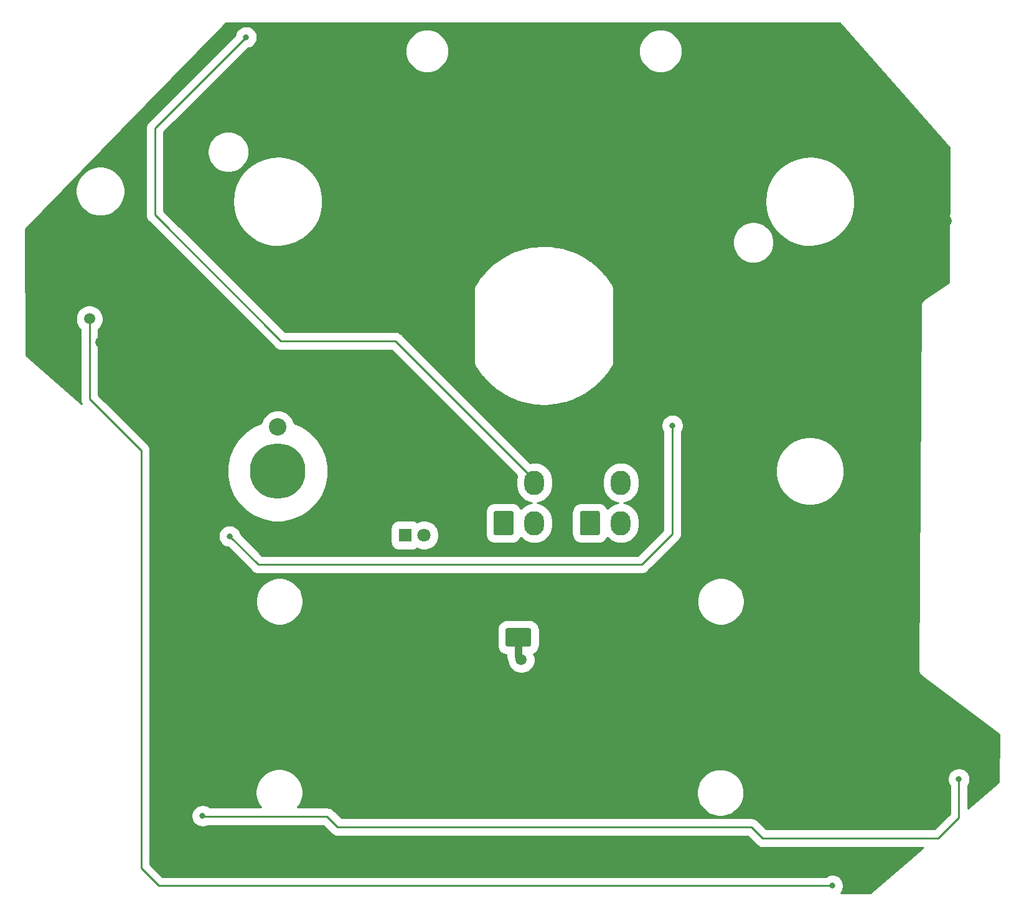
<source format=gbr>
%TF.GenerationSoftware,KiCad,Pcbnew,(5.1.12-1-10_14)*%
%TF.CreationDate,2021-11-27T17:57:38+11:00*%
%TF.ProjectId,KY58 Panel PCB V2,4b593538-2050-4616-9e65-6c2050434220,rev?*%
%TF.SameCoordinates,Original*%
%TF.FileFunction,Copper,L2,Bot*%
%TF.FilePolarity,Positive*%
%FSLAX46Y46*%
G04 Gerber Fmt 4.6, Leading zero omitted, Abs format (unit mm)*
G04 Created by KiCad (PCBNEW (5.1.12-1-10_14)) date 2021-11-27 17:57:38*
%MOMM*%
%LPD*%
G01*
G04 APERTURE LIST*
%TA.AperFunction,WasherPad*%
%ADD10C,7.540752*%
%TD*%
%TA.AperFunction,WasherPad*%
%ADD11C,2.381250*%
%TD*%
%TA.AperFunction,ComponentPad*%
%ADD12O,2.700000X3.300000*%
%TD*%
%TA.AperFunction,ComponentPad*%
%ADD13C,1.800000*%
%TD*%
%TA.AperFunction,ComponentPad*%
%ADD14R,1.800000X1.800000*%
%TD*%
%TA.AperFunction,ViaPad*%
%ADD15C,1.500000*%
%TD*%
%TA.AperFunction,ViaPad*%
%ADD16C,0.800000*%
%TD*%
%TA.AperFunction,Conductor*%
%ADD17C,1.000000*%
%TD*%
%TA.AperFunction,Conductor*%
%ADD18C,0.250000*%
%TD*%
%TA.AperFunction,Conductor*%
%ADD19C,0.254000*%
%TD*%
%TA.AperFunction,Conductor*%
%ADD20C,0.100000*%
%TD*%
G04 APERTURE END LIST*
D10*
%TO.P,REF\u002A\u002A,*%
%TO.N,*%
X115760258Y-94278977D03*
D11*
X115760258Y-88278977D03*
%TD*%
D12*
%TO.P,J2,4*%
%TO.N,/DATAOUT*%
X162442000Y-95843000D03*
%TO.P,J2,3*%
%TO.N,/LEDGND*%
X158242000Y-95843000D03*
%TO.P,J2,2*%
%TO.N,/LED+5V*%
X162442000Y-101343000D03*
%TO.P,J2,1*%
%TA.AperFunction,ComponentPad*%
G36*
G01*
X156892000Y-102742999D02*
X156892000Y-99943001D01*
G75*
G02*
X157142001Y-99693000I250001J0D01*
G01*
X159341999Y-99693000D01*
G75*
G02*
X159592000Y-99943001I0J-250001D01*
G01*
X159592000Y-102742999D01*
G75*
G02*
X159341999Y-102993000I-250001J0D01*
G01*
X157142001Y-102993000D01*
G75*
G02*
X156892000Y-102742999I0J250001D01*
G01*
G37*
%TD.AperFunction*%
%TD*%
%TO.P,J1,4*%
%TO.N,/DATAIN*%
X150682000Y-95843000D03*
%TO.P,J1,3*%
%TO.N,/LEDGND*%
X146482000Y-95843000D03*
%TO.P,J1,2*%
%TO.N,/LED+5V*%
X150682000Y-101343000D03*
%TO.P,J1,1*%
%TA.AperFunction,ComponentPad*%
G36*
G01*
X145132000Y-102742999D02*
X145132000Y-99943001D01*
G75*
G02*
X145382001Y-99693000I250001J0D01*
G01*
X147581999Y-99693000D01*
G75*
G02*
X147832000Y-99943001I0J-250001D01*
G01*
X147832000Y-102742999D01*
G75*
G02*
X147581999Y-102993000I-250001J0D01*
G01*
X145382001Y-102993000D01*
G75*
G02*
X145132000Y-102742999I0J250001D01*
G01*
G37*
%TD.AperFunction*%
%TD*%
%TO.P,C1,2*%
%TO.N,/LEDGND*%
%TA.AperFunction,SMDPad,CuDef*%
G36*
G01*
X153241000Y-117891000D02*
X153241000Y-115891000D01*
G75*
G02*
X153491000Y-115641000I250000J0D01*
G01*
X156491000Y-115641000D01*
G75*
G02*
X156741000Y-115891000I0J-250000D01*
G01*
X156741000Y-117891000D01*
G75*
G02*
X156491000Y-118141000I-250000J0D01*
G01*
X153491000Y-118141000D01*
G75*
G02*
X153241000Y-117891000I0J250000D01*
G01*
G37*
%TD.AperFunction*%
%TO.P,C1,1*%
%TO.N,/LED+5V*%
%TA.AperFunction,SMDPad,CuDef*%
G36*
G01*
X146741000Y-117891000D02*
X146741000Y-115891000D01*
G75*
G02*
X146991000Y-115641000I250000J0D01*
G01*
X149991000Y-115641000D01*
G75*
G02*
X150241000Y-115891000I0J-250000D01*
G01*
X150241000Y-117891000D01*
G75*
G02*
X149991000Y-118141000I-250000J0D01*
G01*
X146991000Y-118141000D01*
G75*
G02*
X146741000Y-117891000I0J250000D01*
G01*
G37*
%TD.AperFunction*%
%TD*%
D13*
%TO.P,D1,2*%
%TO.N,/LED+5V*%
X135687000Y-102997000D03*
D14*
%TO.P,D1,1*%
%TO.N,Net-(D1-Pad1)*%
X133147000Y-102997000D03*
%TD*%
D15*
%TO.N,/LED+5V*%
X148902500Y-119928800D03*
D16*
%TO.N,/DATAIN*%
X111475000Y-35225000D03*
D15*
%TO.N,/LEDGND*%
X120603200Y-81715500D03*
X128755000Y-103000000D03*
X132953000Y-47954800D03*
X91688500Y-76758400D03*
X128692000Y-83327200D03*
X206536000Y-50728600D03*
X206652000Y-60213900D03*
X206111000Y-68552100D03*
X201656000Y-76962000D03*
X194678000Y-79748400D03*
X186820000Y-79959200D03*
X179070000Y-75788500D03*
X199352000Y-45027800D03*
X194597000Y-131557000D03*
X204673000Y-135997000D03*
X201397000Y-138537000D03*
X195804000Y-148468000D03*
X188712000Y-148575000D03*
X181278000Y-148688000D03*
X171930000Y-148633000D03*
X137655000Y-138100000D03*
X144526000Y-137795000D03*
X153797000Y-137897000D03*
X168427000Y-137592000D03*
X161265000Y-137389000D03*
X199619000Y-124435000D03*
X188759000Y-126277540D03*
X160980120Y-148277580D03*
X153766520Y-148269960D03*
X124850000Y-37400000D03*
X135025000Y-62675000D03*
X150500000Y-59025000D03*
X157550000Y-58950000D03*
X91275000Y-65275000D03*
X172000000Y-127600000D03*
X103200000Y-127900000D03*
X112600000Y-128000000D03*
X120000000Y-128100000D03*
X127127000Y-127973000D03*
X137100000Y-127700000D03*
X146392000Y-127792000D03*
X153900000Y-127600000D03*
X161100000Y-127800000D03*
X180200000Y-127700000D03*
X112560000Y-85350000D03*
X114240000Y-148550000D03*
X125790000Y-148630000D03*
X121280000Y-148550000D03*
X104200000Y-148470000D03*
X138350000Y-148430000D03*
X114470000Y-38960000D03*
X176350000Y-107480000D03*
X211860000Y-137130000D03*
X188700000Y-138480000D03*
X145160000Y-148430000D03*
X120300000Y-45225000D03*
X121525000Y-49725000D03*
X128050000Y-61050000D03*
X187700000Y-70100000D03*
X195550000Y-70150000D03*
X187850000Y-44950000D03*
X178275000Y-52425000D03*
X183325000Y-105975000D03*
X183100000Y-97575000D03*
X175750000Y-98900000D03*
X177825000Y-90475000D03*
X186675000Y-88975000D03*
X108875000Y-97375000D03*
X119675000Y-104725000D03*
X129875000Y-98575000D03*
X129325000Y-91000000D03*
X194362582Y-48075000D03*
X184075000Y-51925000D03*
X104575000Y-50975000D03*
X108725000Y-59425000D03*
X176337500Y-58587500D03*
X179575000Y-67950000D03*
X199450000Y-53900000D03*
D16*
%TO.N,Net-(D50-Pad2)*%
X208412080Y-136177020D03*
X105549700Y-141183360D03*
%TO.N,Net-(D62-Pad2)*%
X191207699Y-150689001D03*
D15*
X90164920Y-73558400D03*
D16*
%TO.N,Net-(D26-Pad4)*%
X169450401Y-88074599D03*
X109225000Y-103125000D03*
%TD*%
D17*
%TO.N,/LED+5V*%
X148902500Y-119928800D02*
X148491000Y-119517300D01*
X148491000Y-119517300D02*
X148491000Y-116891000D01*
D18*
%TO.N,/DATAIN*%
X150682000Y-95482000D02*
X150682000Y-95843000D01*
X99050000Y-47650000D02*
X99050000Y-59400000D01*
X111475000Y-35225000D02*
X99050000Y-47650000D01*
X116225000Y-76575000D02*
X131775000Y-76575000D01*
X99050000Y-59400000D02*
X116225000Y-76575000D01*
X131775000Y-76575000D02*
X150682000Y-95482000D01*
%TO.N,Net-(D50-Pad2)*%
X205607920Y-144228820D02*
X208412080Y-141424660D01*
X123926600Y-142707360D02*
X180197760Y-142707360D01*
X122488960Y-141269720D02*
X123926600Y-142707360D01*
X180197760Y-142707360D02*
X181719220Y-144228820D01*
X208412080Y-141424660D02*
X208412080Y-136177020D01*
X181719220Y-144228820D02*
X205607920Y-144228820D01*
X105636060Y-141269720D02*
X105549700Y-141183360D01*
X122488960Y-141269720D02*
X105636060Y-141269720D01*
%TO.N,Net-(D62-Pad2)*%
X191207699Y-150689001D02*
X191207699Y-150689001D01*
X97188020Y-148305520D02*
X99571501Y-150689001D01*
X99571501Y-150689001D02*
X191207699Y-150689001D01*
X97188020Y-93761980D02*
X97188020Y-91468020D01*
X97188020Y-93761980D02*
X97188020Y-148305520D01*
X97188020Y-93593920D02*
X97188020Y-93761980D01*
X97188020Y-91468020D02*
X90164920Y-84444920D01*
X90164920Y-84444920D02*
X90164920Y-73558400D01*
%TO.N,Net-(D26-Pad4)*%
X169450401Y-88074599D02*
X169450401Y-102799599D01*
X169450401Y-102799599D02*
X165250000Y-107000000D01*
X165250000Y-107000000D02*
X113100000Y-107000000D01*
X113100000Y-107000000D02*
X109225000Y-103125000D01*
X109225000Y-103125000D02*
X109225000Y-103125000D01*
%TD*%
D19*
%TO.N,/LEDGND*%
X192180024Y-33351575D02*
X207096656Y-50244302D01*
X207039912Y-68658181D01*
X203763461Y-70816884D01*
X203713131Y-70843369D01*
X203668939Y-70879161D01*
X203536789Y-70986189D01*
X203446178Y-71095153D01*
X203391696Y-71160669D01*
X203349121Y-71239097D01*
X203283431Y-71360101D01*
X203245273Y-71483022D01*
X203216154Y-71576824D01*
X203205171Y-71681400D01*
X203192450Y-71802506D01*
X203197658Y-71859140D01*
X202878578Y-121147027D01*
X202874272Y-121174645D01*
X202877845Y-121260290D01*
X202877658Y-121289136D01*
X202880202Y-121316803D01*
X202883730Y-121401371D01*
X202890572Y-121429570D01*
X202893230Y-121458476D01*
X202917278Y-121539638D01*
X202937236Y-121621896D01*
X202949452Y-121648226D01*
X202957696Y-121676051D01*
X202997118Y-121750968D01*
X203032739Y-121827746D01*
X203049851Y-121851179D01*
X203063369Y-121876869D01*
X203116645Y-121942648D01*
X203166564Y-122011009D01*
X203187929Y-122030663D01*
X203206191Y-122053211D01*
X203271270Y-122107330D01*
X203291718Y-122126140D01*
X203314757Y-122143493D01*
X203380669Y-122198304D01*
X203405236Y-122211641D01*
X213853450Y-130081107D01*
X213802148Y-136570831D01*
X209664080Y-140162018D01*
X209664080Y-137051798D01*
X209765290Y-136900326D01*
X209880399Y-136622430D01*
X209939080Y-136327416D01*
X209939080Y-136026624D01*
X209880399Y-135731610D01*
X209765290Y-135453714D01*
X209598179Y-135203614D01*
X209385486Y-134990921D01*
X209135386Y-134823810D01*
X208857490Y-134708701D01*
X208562476Y-134650020D01*
X208261684Y-134650020D01*
X207966670Y-134708701D01*
X207688774Y-134823810D01*
X207438674Y-134990921D01*
X207225981Y-135203614D01*
X207058870Y-135453714D01*
X206943761Y-135731610D01*
X206885080Y-136026624D01*
X206885080Y-136327416D01*
X206943761Y-136622430D01*
X207058870Y-136900326D01*
X207160081Y-137051799D01*
X207160080Y-140906064D01*
X205089325Y-142976820D01*
X182237816Y-142976820D01*
X181126547Y-141865552D01*
X181087341Y-141817779D01*
X180896699Y-141661324D01*
X180679198Y-141545067D01*
X180443195Y-141473476D01*
X180259258Y-141455360D01*
X180259256Y-141455360D01*
X180197760Y-141449303D01*
X180136264Y-141455360D01*
X124445196Y-141455360D01*
X123417747Y-140427912D01*
X123378541Y-140380139D01*
X123187899Y-140223684D01*
X122970398Y-140107427D01*
X122734395Y-140035836D01*
X122550458Y-140017720D01*
X122550456Y-140017720D01*
X122488960Y-140011663D01*
X122427464Y-140017720D01*
X118507883Y-140017720D01*
X118834730Y-139528558D01*
X119077988Y-138941281D01*
X119202000Y-138317832D01*
X119202000Y-137707168D01*
X172748000Y-137707168D01*
X172748000Y-138342832D01*
X172872012Y-138966281D01*
X173115270Y-139553558D01*
X173468425Y-140082093D01*
X173917907Y-140531575D01*
X174446442Y-140884730D01*
X175033719Y-141127988D01*
X175657168Y-141252000D01*
X176292832Y-141252000D01*
X176916281Y-141127988D01*
X177503558Y-140884730D01*
X178032093Y-140531575D01*
X178481575Y-140082093D01*
X178834730Y-139553558D01*
X179077988Y-138966281D01*
X179202000Y-138342832D01*
X179202000Y-137707168D01*
X179077988Y-137083719D01*
X178834730Y-136496442D01*
X178481575Y-135967907D01*
X178032093Y-135518425D01*
X177503558Y-135165270D01*
X176916281Y-134922012D01*
X176292832Y-134798000D01*
X175657168Y-134798000D01*
X175033719Y-134922012D01*
X174446442Y-135165270D01*
X173917907Y-135518425D01*
X173468425Y-135967907D01*
X173115270Y-136496442D01*
X172872012Y-137083719D01*
X172748000Y-137707168D01*
X119202000Y-137707168D01*
X119202000Y-137682168D01*
X119077988Y-137058719D01*
X118834730Y-136471442D01*
X118481575Y-135942907D01*
X118032093Y-135493425D01*
X117503558Y-135140270D01*
X116916281Y-134897012D01*
X116292832Y-134773000D01*
X115657168Y-134773000D01*
X115033719Y-134897012D01*
X114446442Y-135140270D01*
X113917907Y-135493425D01*
X113468425Y-135942907D01*
X113115270Y-136471442D01*
X112872012Y-137058719D01*
X112748000Y-137682168D01*
X112748000Y-138317832D01*
X112872012Y-138941281D01*
X113115270Y-139528558D01*
X113442117Y-140017720D01*
X106543565Y-140017720D01*
X106523106Y-139997261D01*
X106273006Y-139830150D01*
X105995110Y-139715041D01*
X105700096Y-139656360D01*
X105399304Y-139656360D01*
X105104290Y-139715041D01*
X104826394Y-139830150D01*
X104576294Y-139997261D01*
X104363601Y-140209954D01*
X104196490Y-140460054D01*
X104081381Y-140737950D01*
X104022700Y-141032964D01*
X104022700Y-141333756D01*
X104081381Y-141628770D01*
X104196490Y-141906666D01*
X104363601Y-142156766D01*
X104576294Y-142369459D01*
X104826394Y-142536570D01*
X105104290Y-142651679D01*
X105399304Y-142710360D01*
X105700096Y-142710360D01*
X105995110Y-142651679D01*
X106273006Y-142536570D01*
X106295231Y-142521720D01*
X121970365Y-142521720D01*
X122997816Y-143549172D01*
X123037019Y-143596941D01*
X123227661Y-143753396D01*
X123445162Y-143869653D01*
X123681165Y-143941244D01*
X123865102Y-143959360D01*
X123865104Y-143959360D01*
X123926600Y-143965417D01*
X123988096Y-143959360D01*
X179679165Y-143959360D01*
X180790437Y-145070633D01*
X180829639Y-145118401D01*
X180877407Y-145157603D01*
X181020280Y-145274856D01*
X181237782Y-145391113D01*
X181473785Y-145462704D01*
X181657722Y-145480820D01*
X181657723Y-145480820D01*
X181719219Y-145486877D01*
X181780715Y-145480820D01*
X203535308Y-145480820D01*
X196359385Y-151708383D01*
X192344253Y-151711952D01*
X192393798Y-151662407D01*
X192560909Y-151412307D01*
X192676018Y-151134411D01*
X192734699Y-150839397D01*
X192734699Y-150538605D01*
X192676018Y-150243591D01*
X192560909Y-149965695D01*
X192393798Y-149715595D01*
X192181105Y-149502902D01*
X191931005Y-149335791D01*
X191653109Y-149220682D01*
X191358095Y-149162001D01*
X191057303Y-149162001D01*
X190762289Y-149220682D01*
X190484393Y-149335791D01*
X190332921Y-149437001D01*
X100090097Y-149437001D01*
X98440020Y-147786925D01*
X98440020Y-115891000D01*
X145608547Y-115891000D01*
X145608547Y-117891000D01*
X145635110Y-118160703D01*
X145713780Y-118420042D01*
X145841532Y-118659050D01*
X146013458Y-118868542D01*
X146222950Y-119040468D01*
X146461958Y-119168220D01*
X146721297Y-119246890D01*
X146864000Y-119260945D01*
X146864000Y-119437385D01*
X146856129Y-119517300D01*
X146864000Y-119597214D01*
X146864000Y-119597224D01*
X146887542Y-119836247D01*
X146980575Y-120142937D01*
X147061400Y-120294149D01*
X147097632Y-120476301D01*
X147239124Y-120817893D01*
X147444539Y-121125318D01*
X147705982Y-121386761D01*
X148013407Y-121592176D01*
X148354999Y-121733668D01*
X148717632Y-121805800D01*
X149087368Y-121805800D01*
X149450001Y-121733668D01*
X149791593Y-121592176D01*
X150099018Y-121386761D01*
X150360461Y-121125318D01*
X150565876Y-120817893D01*
X150707368Y-120476301D01*
X150779500Y-120113668D01*
X150779500Y-119743932D01*
X150707368Y-119381299D01*
X150601150Y-119124867D01*
X150759050Y-119040468D01*
X150968542Y-118868542D01*
X151140468Y-118659050D01*
X151268220Y-118420042D01*
X151346890Y-118160703D01*
X151373453Y-117891000D01*
X151373453Y-115891000D01*
X151346890Y-115621297D01*
X151268220Y-115361958D01*
X151140468Y-115122950D01*
X150968542Y-114913458D01*
X150759050Y-114741532D01*
X150520042Y-114613780D01*
X150260703Y-114535110D01*
X149991000Y-114508547D01*
X146991000Y-114508547D01*
X146721297Y-114535110D01*
X146461958Y-114613780D01*
X146222950Y-114741532D01*
X146013458Y-114913458D01*
X145841532Y-115122950D01*
X145713780Y-115361958D01*
X145635110Y-115621297D01*
X145608547Y-115891000D01*
X98440020Y-115891000D01*
X98440020Y-111682168D01*
X112773000Y-111682168D01*
X112773000Y-112317832D01*
X112897012Y-112941281D01*
X113140270Y-113528558D01*
X113493425Y-114057093D01*
X113942907Y-114506575D01*
X114471442Y-114859730D01*
X115058719Y-115102988D01*
X115682168Y-115227000D01*
X116317832Y-115227000D01*
X116941281Y-115102988D01*
X117528558Y-114859730D01*
X118057093Y-114506575D01*
X118506575Y-114057093D01*
X118859730Y-113528558D01*
X119102988Y-112941281D01*
X119227000Y-112317832D01*
X119227000Y-111682168D01*
X172798000Y-111682168D01*
X172798000Y-112317832D01*
X172922012Y-112941281D01*
X173165270Y-113528558D01*
X173518425Y-114057093D01*
X173967907Y-114506575D01*
X174496442Y-114859730D01*
X175083719Y-115102988D01*
X175707168Y-115227000D01*
X176342832Y-115227000D01*
X176966281Y-115102988D01*
X177553558Y-114859730D01*
X178082093Y-114506575D01*
X178531575Y-114057093D01*
X178884730Y-113528558D01*
X179127988Y-112941281D01*
X179252000Y-112317832D01*
X179252000Y-111682168D01*
X179127988Y-111058719D01*
X178884730Y-110471442D01*
X178531575Y-109942907D01*
X178082093Y-109493425D01*
X177553558Y-109140270D01*
X176966281Y-108897012D01*
X176342832Y-108773000D01*
X175707168Y-108773000D01*
X175083719Y-108897012D01*
X174496442Y-109140270D01*
X173967907Y-109493425D01*
X173518425Y-109942907D01*
X173165270Y-110471442D01*
X172922012Y-111058719D01*
X172798000Y-111682168D01*
X119227000Y-111682168D01*
X119102988Y-111058719D01*
X118859730Y-110471442D01*
X118506575Y-109942907D01*
X118057093Y-109493425D01*
X117528558Y-109140270D01*
X116941281Y-108897012D01*
X116317832Y-108773000D01*
X115682168Y-108773000D01*
X115058719Y-108897012D01*
X114471442Y-109140270D01*
X113942907Y-109493425D01*
X113493425Y-109942907D01*
X113140270Y-110471442D01*
X112897012Y-111058719D01*
X112773000Y-111682168D01*
X98440020Y-111682168D01*
X98440020Y-102974604D01*
X107698000Y-102974604D01*
X107698000Y-103275396D01*
X107756681Y-103570410D01*
X107871790Y-103848306D01*
X108038901Y-104098406D01*
X108251594Y-104311099D01*
X108501694Y-104478210D01*
X108779590Y-104593319D01*
X108958264Y-104628859D01*
X112171213Y-107841808D01*
X112210419Y-107889581D01*
X112401061Y-108046036D01*
X112618562Y-108162293D01*
X112854565Y-108233884D01*
X113038502Y-108252000D01*
X113038504Y-108252000D01*
X113100000Y-108258057D01*
X113161496Y-108252000D01*
X165188504Y-108252000D01*
X165250000Y-108258057D01*
X165311496Y-108252000D01*
X165311498Y-108252000D01*
X165495435Y-108233884D01*
X165731438Y-108162293D01*
X165948939Y-108046036D01*
X166139581Y-107889581D01*
X166178787Y-107841808D01*
X170292214Y-103728382D01*
X170339982Y-103689180D01*
X170407887Y-103606437D01*
X170496437Y-103498539D01*
X170612694Y-103281037D01*
X170660027Y-103125000D01*
X170684285Y-103045034D01*
X170702401Y-102861097D01*
X170702401Y-102861096D01*
X170708458Y-102799600D01*
X170702401Y-102738104D01*
X170702401Y-93820649D01*
X183496774Y-93820649D01*
X183496774Y-94737305D01*
X183675605Y-95636348D01*
X184026394Y-96483228D01*
X184535661Y-97245400D01*
X185183835Y-97893574D01*
X185946007Y-98402841D01*
X186792887Y-98753630D01*
X187691930Y-98932461D01*
X188608586Y-98932461D01*
X189507629Y-98753630D01*
X190354509Y-98402841D01*
X191116681Y-97893574D01*
X191764855Y-97245400D01*
X192274122Y-96483228D01*
X192624911Y-95636348D01*
X192803742Y-94737305D01*
X192803742Y-93820649D01*
X192624911Y-92921606D01*
X192274122Y-92074726D01*
X191764855Y-91312554D01*
X191116681Y-90664380D01*
X190354509Y-90155113D01*
X189507629Y-89804324D01*
X188608586Y-89625493D01*
X187691930Y-89625493D01*
X186792887Y-89804324D01*
X185946007Y-90155113D01*
X185183835Y-90664380D01*
X184535661Y-91312554D01*
X184026394Y-92074726D01*
X183675605Y-92921606D01*
X183496774Y-93820649D01*
X170702401Y-93820649D01*
X170702401Y-88949377D01*
X170803611Y-88797905D01*
X170918720Y-88520009D01*
X170977401Y-88224995D01*
X170977401Y-87924203D01*
X170918720Y-87629189D01*
X170803611Y-87351293D01*
X170636500Y-87101193D01*
X170423807Y-86888500D01*
X170173707Y-86721389D01*
X169895811Y-86606280D01*
X169600797Y-86547599D01*
X169300005Y-86547599D01*
X169004991Y-86606280D01*
X168727095Y-86721389D01*
X168476995Y-86888500D01*
X168264302Y-87101193D01*
X168097191Y-87351293D01*
X167982082Y-87629189D01*
X167923401Y-87924203D01*
X167923401Y-88224995D01*
X167982082Y-88520009D01*
X168097191Y-88797905D01*
X168198401Y-88949377D01*
X168198402Y-102281002D01*
X164731405Y-105748000D01*
X113618595Y-105748000D01*
X110728859Y-102858264D01*
X110693319Y-102679590D01*
X110578210Y-102401694D01*
X110411099Y-102151594D01*
X110356505Y-102097000D01*
X131114547Y-102097000D01*
X131114547Y-103897000D01*
X131136307Y-104117931D01*
X131200750Y-104330371D01*
X131305400Y-104526157D01*
X131446235Y-104697765D01*
X131617843Y-104838600D01*
X131813629Y-104943250D01*
X132026069Y-105007693D01*
X132247000Y-105029453D01*
X134047000Y-105029453D01*
X134267931Y-105007693D01*
X134480371Y-104943250D01*
X134676157Y-104838600D01*
X134729842Y-104794541D01*
X135095746Y-104946104D01*
X135487358Y-105024000D01*
X135886642Y-105024000D01*
X136278254Y-104946104D01*
X136647145Y-104793304D01*
X136979137Y-104571474D01*
X137261474Y-104289137D01*
X137483304Y-103957145D01*
X137636104Y-103588254D01*
X137714000Y-103196642D01*
X137714000Y-102797358D01*
X137636104Y-102405746D01*
X137483304Y-102036855D01*
X137261474Y-101704863D01*
X136979137Y-101422526D01*
X136647145Y-101200696D01*
X136278254Y-101047896D01*
X135886642Y-100970000D01*
X135487358Y-100970000D01*
X135095746Y-101047896D01*
X134729842Y-101199459D01*
X134676157Y-101155400D01*
X134480371Y-101050750D01*
X134267931Y-100986307D01*
X134047000Y-100964547D01*
X132247000Y-100964547D01*
X132026069Y-100986307D01*
X131813629Y-101050750D01*
X131617843Y-101155400D01*
X131446235Y-101296235D01*
X131305400Y-101467843D01*
X131200750Y-101663629D01*
X131136307Y-101876069D01*
X131114547Y-102097000D01*
X110356505Y-102097000D01*
X110198406Y-101938901D01*
X109948306Y-101771790D01*
X109670410Y-101656681D01*
X109375396Y-101598000D01*
X109074604Y-101598000D01*
X108779590Y-101656681D01*
X108501694Y-101771790D01*
X108251594Y-101938901D01*
X108038901Y-102151594D01*
X107871790Y-102401694D01*
X107756681Y-102679590D01*
X107698000Y-102974604D01*
X98440020Y-102974604D01*
X98440020Y-93599645D01*
X108862882Y-93599645D01*
X108862882Y-94958309D01*
X109127945Y-96290867D01*
X109647883Y-97546109D01*
X110402717Y-98675798D01*
X111363437Y-99636518D01*
X112493126Y-100391352D01*
X113748368Y-100911290D01*
X115080926Y-101176353D01*
X116439590Y-101176353D01*
X117772148Y-100911290D01*
X119027390Y-100391352D01*
X120157079Y-99636518D01*
X121117799Y-98675798D01*
X121872633Y-97546109D01*
X122392571Y-96290867D01*
X122657634Y-94958309D01*
X122657634Y-93599645D01*
X122392571Y-92267087D01*
X121872633Y-91011845D01*
X121117799Y-89882156D01*
X120157079Y-88921436D01*
X119027390Y-88166602D01*
X118017749Y-87748395D01*
X117988818Y-87602951D01*
X117814111Y-87181170D01*
X117560475Y-86801577D01*
X117237658Y-86478760D01*
X116858065Y-86225124D01*
X116436284Y-86050417D01*
X115988524Y-85961352D01*
X115531992Y-85961352D01*
X115084232Y-86050417D01*
X114662451Y-86225124D01*
X114282858Y-86478760D01*
X113960041Y-86801577D01*
X113706405Y-87181170D01*
X113531698Y-87602951D01*
X113502767Y-87748395D01*
X112493126Y-88166602D01*
X111363437Y-88921436D01*
X110402717Y-89882156D01*
X109647883Y-91011845D01*
X109127945Y-92267087D01*
X108862882Y-93599645D01*
X98440020Y-93599645D01*
X98440020Y-91529515D01*
X98446077Y-91468019D01*
X98440020Y-91406522D01*
X98421904Y-91222585D01*
X98350313Y-90986582D01*
X98234056Y-90769080D01*
X98116803Y-90626207D01*
X98077601Y-90578439D01*
X98029833Y-90539237D01*
X91416920Y-83926325D01*
X91416920Y-74960879D01*
X91622881Y-74754918D01*
X91828296Y-74447493D01*
X91969788Y-74105901D01*
X92041920Y-73743268D01*
X92041920Y-73373532D01*
X91969788Y-73010899D01*
X91828296Y-72669307D01*
X91622881Y-72361882D01*
X91361438Y-72100439D01*
X91054013Y-71895024D01*
X90712421Y-71753532D01*
X90349788Y-71681400D01*
X89980052Y-71681400D01*
X89617419Y-71753532D01*
X89275827Y-71895024D01*
X88968402Y-72100439D01*
X88706959Y-72361882D01*
X88501544Y-72669307D01*
X88360052Y-73010899D01*
X88287920Y-73373532D01*
X88287920Y-73743268D01*
X88360052Y-74105901D01*
X88501544Y-74447493D01*
X88706959Y-74754918D01*
X88912921Y-74960880D01*
X88912920Y-84383424D01*
X88906863Y-84444920D01*
X88912920Y-84506416D01*
X88912920Y-84506417D01*
X88931036Y-84690354D01*
X89002627Y-84926357D01*
X89118884Y-85143858D01*
X89124831Y-85151104D01*
X81540078Y-78543409D01*
X81444016Y-61324148D01*
X86781939Y-55845753D01*
X88246979Y-55845753D01*
X88246979Y-56512201D01*
X88376997Y-57165843D01*
X88632035Y-57781560D01*
X89002294Y-58335691D01*
X89473544Y-58806941D01*
X90027675Y-59177200D01*
X90643392Y-59432238D01*
X91297034Y-59562256D01*
X91963482Y-59562256D01*
X92617124Y-59432238D01*
X93232841Y-59177200D01*
X93786972Y-58806941D01*
X94258222Y-58335691D01*
X94628481Y-57781560D01*
X94883519Y-57165843D01*
X95013537Y-56512201D01*
X95013537Y-55845753D01*
X94883519Y-55192111D01*
X94628481Y-54576394D01*
X94258222Y-54022263D01*
X93786972Y-53551013D01*
X93232841Y-53180754D01*
X92617124Y-52925716D01*
X91963482Y-52795698D01*
X91297034Y-52795698D01*
X90643392Y-52925716D01*
X90027675Y-53180754D01*
X89473544Y-53551013D01*
X89002294Y-54022263D01*
X88632035Y-54576394D01*
X88376997Y-55192111D01*
X88246979Y-55845753D01*
X86781939Y-55845753D01*
X94767545Y-47650000D01*
X97791943Y-47650000D01*
X97798000Y-47711496D01*
X97798001Y-59338494D01*
X97791943Y-59400000D01*
X97816117Y-59645434D01*
X97887707Y-59881437D01*
X98003964Y-60098938D01*
X98003965Y-60098939D01*
X98160420Y-60289581D01*
X98208188Y-60328783D01*
X115296213Y-77416808D01*
X115335419Y-77464581D01*
X115526061Y-77621036D01*
X115743562Y-77737293D01*
X115979565Y-77808884D01*
X116163502Y-77827000D01*
X116163504Y-77827000D01*
X116225000Y-77833057D01*
X116286496Y-77827000D01*
X131256405Y-77827000D01*
X148298093Y-94868688D01*
X148240840Y-95057424D01*
X148205000Y-95421315D01*
X148205000Y-96264686D01*
X148240840Y-96628577D01*
X148382478Y-97095493D01*
X148612486Y-97525806D01*
X148922023Y-97902978D01*
X149299195Y-98212515D01*
X149729508Y-98442522D01*
X150196424Y-98584160D01*
X150286178Y-98593000D01*
X150196423Y-98601840D01*
X149729507Y-98743478D01*
X149299194Y-98973485D01*
X148922022Y-99283022D01*
X148841607Y-99381008D01*
X148731467Y-99174951D01*
X148559542Y-98965458D01*
X148350049Y-98793533D01*
X148111041Y-98665780D01*
X147851702Y-98587110D01*
X147581999Y-98560547D01*
X145382001Y-98560547D01*
X145112298Y-98587110D01*
X144852959Y-98665780D01*
X144613951Y-98793533D01*
X144404458Y-98965458D01*
X144232533Y-99174951D01*
X144104780Y-99413959D01*
X144026110Y-99673298D01*
X143999547Y-99943001D01*
X143999547Y-102742999D01*
X144026110Y-103012702D01*
X144104780Y-103272041D01*
X144232533Y-103511049D01*
X144404458Y-103720542D01*
X144613951Y-103892467D01*
X144852959Y-104020220D01*
X145112298Y-104098890D01*
X145382001Y-104125453D01*
X147581999Y-104125453D01*
X147851702Y-104098890D01*
X148111041Y-104020220D01*
X148350049Y-103892467D01*
X148559542Y-103720542D01*
X148731467Y-103511049D01*
X148841608Y-103304991D01*
X148922023Y-103402978D01*
X149299195Y-103712515D01*
X149729508Y-103942522D01*
X150196424Y-104084160D01*
X150682000Y-104131985D01*
X151167577Y-104084160D01*
X151634493Y-103942522D01*
X152064806Y-103712515D01*
X152441978Y-103402978D01*
X152751515Y-103025805D01*
X152981522Y-102595492D01*
X153123160Y-102128576D01*
X153159000Y-101764685D01*
X153159000Y-100921314D01*
X153123160Y-100557423D01*
X152981522Y-100090507D01*
X152902679Y-99943001D01*
X155759547Y-99943001D01*
X155759547Y-102742999D01*
X155786110Y-103012702D01*
X155864780Y-103272041D01*
X155992533Y-103511049D01*
X156164458Y-103720542D01*
X156373951Y-103892467D01*
X156612959Y-104020220D01*
X156872298Y-104098890D01*
X157142001Y-104125453D01*
X159341999Y-104125453D01*
X159611702Y-104098890D01*
X159871041Y-104020220D01*
X160110049Y-103892467D01*
X160319542Y-103720542D01*
X160491467Y-103511049D01*
X160601608Y-103304991D01*
X160682023Y-103402978D01*
X161059195Y-103712515D01*
X161489508Y-103942522D01*
X161956424Y-104084160D01*
X162442000Y-104131985D01*
X162927577Y-104084160D01*
X163394493Y-103942522D01*
X163824806Y-103712515D01*
X164201978Y-103402978D01*
X164511515Y-103025805D01*
X164741522Y-102595492D01*
X164883160Y-102128576D01*
X164919000Y-101764685D01*
X164919000Y-100921314D01*
X164883160Y-100557423D01*
X164741522Y-100090507D01*
X164511515Y-99660194D01*
X164201978Y-99283022D01*
X163824805Y-98973485D01*
X163394492Y-98743478D01*
X162927576Y-98601840D01*
X162837822Y-98593000D01*
X162927577Y-98584160D01*
X163394493Y-98442522D01*
X163824806Y-98212515D01*
X164201978Y-97902978D01*
X164511515Y-97525805D01*
X164741522Y-97095492D01*
X164883160Y-96628576D01*
X164919000Y-96264685D01*
X164919000Y-95421314D01*
X164883160Y-95057423D01*
X164741522Y-94590507D01*
X164511515Y-94160194D01*
X164201978Y-93783022D01*
X163824805Y-93473485D01*
X163394492Y-93243478D01*
X162927576Y-93101840D01*
X162442000Y-93054015D01*
X161956423Y-93101840D01*
X161489507Y-93243478D01*
X161059194Y-93473485D01*
X160682022Y-93783022D01*
X160372485Y-94160195D01*
X160142478Y-94590508D01*
X160000840Y-95057424D01*
X159965000Y-95421315D01*
X159965000Y-96264686D01*
X160000840Y-96628577D01*
X160142478Y-97095493D01*
X160372486Y-97525806D01*
X160682023Y-97902978D01*
X161059195Y-98212515D01*
X161489508Y-98442522D01*
X161956424Y-98584160D01*
X162046178Y-98593000D01*
X161956423Y-98601840D01*
X161489507Y-98743478D01*
X161059194Y-98973485D01*
X160682022Y-99283022D01*
X160601607Y-99381008D01*
X160491467Y-99174951D01*
X160319542Y-98965458D01*
X160110049Y-98793533D01*
X159871041Y-98665780D01*
X159611702Y-98587110D01*
X159341999Y-98560547D01*
X157142001Y-98560547D01*
X156872298Y-98587110D01*
X156612959Y-98665780D01*
X156373951Y-98793533D01*
X156164458Y-98965458D01*
X155992533Y-99174951D01*
X155864780Y-99413959D01*
X155786110Y-99673298D01*
X155759547Y-99943001D01*
X152902679Y-99943001D01*
X152751515Y-99660194D01*
X152441978Y-99283022D01*
X152064805Y-98973485D01*
X151634492Y-98743478D01*
X151167576Y-98601840D01*
X151077822Y-98593000D01*
X151167577Y-98584160D01*
X151634493Y-98442522D01*
X152064806Y-98212515D01*
X152441978Y-97902978D01*
X152751515Y-97525805D01*
X152981522Y-97095492D01*
X153123160Y-96628576D01*
X153159000Y-96264685D01*
X153159000Y-95421314D01*
X153123160Y-95057423D01*
X152981522Y-94590507D01*
X152751515Y-94160194D01*
X152441978Y-93783022D01*
X152064805Y-93473485D01*
X151634492Y-93243478D01*
X151167576Y-93101840D01*
X150682000Y-93054015D01*
X150196423Y-93101840D01*
X150101293Y-93130698D01*
X136392594Y-79421999D01*
X142409733Y-79421999D01*
X142427413Y-79602273D01*
X142497477Y-79833592D01*
X142611322Y-80046799D01*
X142635074Y-80075766D01*
X142785470Y-80320460D01*
X142786590Y-80322047D01*
X142842263Y-80404815D01*
X143570250Y-81394908D01*
X143587457Y-81415432D01*
X143602894Y-81437335D01*
X143670619Y-81514625D01*
X144518510Y-82404191D01*
X144538185Y-82422362D01*
X144556281Y-82442127D01*
X144633277Y-82510184D01*
X145587327Y-83284802D01*
X145609157Y-83300329D01*
X145629613Y-83317631D01*
X145714632Y-83375354D01*
X146759377Y-84022468D01*
X146782998Y-84035093D01*
X146805491Y-84049658D01*
X146897156Y-84096110D01*
X148015657Y-84605228D01*
X148040690Y-84614749D01*
X148064852Y-84626338D01*
X148161676Y-84660766D01*
X149335802Y-85023636D01*
X149361843Y-85029899D01*
X149387281Y-85038324D01*
X149487695Y-85060170D01*
X150698411Y-85270909D01*
X150725046Y-85273814D01*
X150751340Y-85278936D01*
X150853716Y-85287846D01*
X152081397Y-85343037D01*
X152108181Y-85342534D01*
X152134916Y-85344274D01*
X152237595Y-85340103D01*
X153462337Y-85238852D01*
X153488837Y-85234950D01*
X153515579Y-85233279D01*
X153616895Y-85216096D01*
X154818845Y-84960044D01*
X154844634Y-84952807D01*
X154870948Y-84947751D01*
X154969260Y-84917833D01*
X156128931Y-84511132D01*
X156153591Y-84500677D01*
X156179050Y-84492318D01*
X156272763Y-84450150D01*
X157371358Y-83899392D01*
X157394489Y-83885889D01*
X157418681Y-83874362D01*
X157506276Y-83820629D01*
X158525984Y-83134742D01*
X158547214Y-83118406D01*
X158569740Y-83103903D01*
X158649798Y-83039475D01*
X159574091Y-82229579D01*
X159593070Y-82210682D01*
X159613576Y-82193429D01*
X159684798Y-82119350D01*
X160498688Y-81198574D01*
X160515114Y-81177415D01*
X160533259Y-81157700D01*
X160594491Y-81075172D01*
X161253347Y-80104751D01*
X161294507Y-80054640D01*
X161408531Y-79841528D01*
X161478789Y-79610268D01*
X161496620Y-79430009D01*
X161500782Y-69511955D01*
X161483102Y-69331682D01*
X161413038Y-69100362D01*
X161299193Y-68887156D01*
X161275440Y-68858188D01*
X161125046Y-68613496D01*
X161123933Y-68611919D01*
X161068252Y-68529139D01*
X160340267Y-67539048D01*
X160323059Y-67518524D01*
X160307622Y-67496620D01*
X160239897Y-67419330D01*
X159392006Y-66529764D01*
X159372331Y-66511593D01*
X159354235Y-66491828D01*
X159277239Y-66423771D01*
X158323189Y-65649153D01*
X158301365Y-65633629D01*
X158280904Y-65616324D01*
X158195884Y-65558601D01*
X157151141Y-64911487D01*
X157127515Y-64898860D01*
X157105026Y-64884297D01*
X157013361Y-64837845D01*
X155894859Y-64328727D01*
X155869826Y-64319206D01*
X155845664Y-64307617D01*
X155748840Y-64273189D01*
X154574714Y-63910319D01*
X154548672Y-63904056D01*
X154523235Y-63895631D01*
X154422821Y-63873785D01*
X153212105Y-63663046D01*
X153185470Y-63660141D01*
X153159176Y-63655019D01*
X153056800Y-63646109D01*
X151829120Y-63590918D01*
X151802336Y-63591421D01*
X151775602Y-63589681D01*
X151672924Y-63593852D01*
X151672921Y-63593852D01*
X150448181Y-63695102D01*
X150421682Y-63699004D01*
X150394938Y-63700675D01*
X150293621Y-63717859D01*
X149091671Y-63973911D01*
X149065882Y-63981148D01*
X149039569Y-63986204D01*
X148941257Y-64016122D01*
X147781585Y-64422823D01*
X147756925Y-64433278D01*
X147731466Y-64441637D01*
X147637753Y-64483805D01*
X146539159Y-65034563D01*
X146516033Y-65048064D01*
X146491837Y-65059592D01*
X146404242Y-65113326D01*
X145384534Y-65799212D01*
X145363303Y-65815547D01*
X145340776Y-65830052D01*
X145260718Y-65894480D01*
X144336426Y-66704376D01*
X144317443Y-66723278D01*
X144296942Y-66740526D01*
X144225720Y-66814604D01*
X143411829Y-67735379D01*
X143395399Y-67756543D01*
X143377258Y-67776254D01*
X143316026Y-67858782D01*
X142657174Y-68829199D01*
X142616010Y-68879314D01*
X142501986Y-69092425D01*
X142431728Y-69323686D01*
X142413897Y-69503944D01*
X142409733Y-79421999D01*
X136392594Y-79421999D01*
X132703787Y-75733192D01*
X132664581Y-75685419D01*
X132473939Y-75528964D01*
X132256438Y-75412707D01*
X132020435Y-75341116D01*
X131836498Y-75323000D01*
X131836496Y-75323000D01*
X131775000Y-75316943D01*
X131713504Y-75323000D01*
X116743595Y-75323000D01*
X100302000Y-58881405D01*
X100302000Y-57573999D01*
X109625800Y-57573999D01*
X109724620Y-58671981D01*
X110017905Y-59734673D01*
X110496227Y-60727919D01*
X111144213Y-61619796D01*
X111941037Y-62381637D01*
X112861087Y-62988957D01*
X113874793Y-63422236D01*
X114949573Y-63667547D01*
X116050883Y-63717007D01*
X117143326Y-63569026D01*
X118191790Y-63228359D01*
X118811602Y-62894824D01*
X177638262Y-62894824D01*
X177638262Y-63450484D01*
X177746666Y-63995466D01*
X177959307Y-64508828D01*
X178268015Y-64970842D01*
X178660925Y-65363752D01*
X179122939Y-65672460D01*
X179636301Y-65885101D01*
X180181283Y-65993505D01*
X180736943Y-65993505D01*
X181281925Y-65885101D01*
X181795287Y-65672460D01*
X182257301Y-65363752D01*
X182650211Y-64970842D01*
X182958919Y-64508828D01*
X183171560Y-63995466D01*
X183279964Y-63450484D01*
X183279964Y-62894824D01*
X183171560Y-62349842D01*
X182958919Y-61836480D01*
X182650211Y-61374466D01*
X182257301Y-60981556D01*
X181795287Y-60672848D01*
X181281925Y-60460207D01*
X180736943Y-60351803D01*
X180181283Y-60351803D01*
X179636301Y-60460207D01*
X179122939Y-60672848D01*
X178660925Y-60981556D01*
X178268015Y-61374466D01*
X177959307Y-61836480D01*
X177746666Y-62349842D01*
X177638262Y-62894824D01*
X118811602Y-62894824D01*
X119162576Y-62705957D01*
X120024482Y-62018609D01*
X120749807Y-61188408D01*
X121315238Y-60242037D01*
X121702600Y-59209913D01*
X121899445Y-58125209D01*
X121899445Y-57573999D01*
X182015799Y-57573999D01*
X182114619Y-58671981D01*
X182407904Y-59734673D01*
X182886226Y-60727919D01*
X183534212Y-61619796D01*
X184331036Y-62381637D01*
X185251086Y-62988957D01*
X186264792Y-63422236D01*
X187339572Y-63667547D01*
X188440882Y-63717007D01*
X189533325Y-63569026D01*
X190581789Y-63228359D01*
X191552575Y-62705957D01*
X192414481Y-62018609D01*
X193139806Y-61188408D01*
X193705237Y-60242037D01*
X194092599Y-59209913D01*
X194289444Y-58125209D01*
X194289444Y-57022789D01*
X194092599Y-55938085D01*
X193705237Y-54905961D01*
X193139806Y-53959590D01*
X192414481Y-53129389D01*
X191552575Y-52442041D01*
X190581789Y-51919639D01*
X189533325Y-51578972D01*
X188440882Y-51430991D01*
X187339572Y-51480451D01*
X186264792Y-51725762D01*
X185251086Y-52159041D01*
X184331036Y-52766361D01*
X183534212Y-53528202D01*
X182886226Y-54420079D01*
X182407904Y-55413325D01*
X182114619Y-56476017D01*
X182015799Y-57573999D01*
X121899445Y-57573999D01*
X121899445Y-57022789D01*
X121702600Y-55938085D01*
X121315238Y-54905961D01*
X120749807Y-53959590D01*
X120024482Y-53129389D01*
X119162576Y-52442041D01*
X118191790Y-51919639D01*
X117143326Y-51578972D01*
X116050883Y-51430991D01*
X114949573Y-51480451D01*
X113874793Y-51725762D01*
X112861087Y-52159041D01*
X111941037Y-52766361D01*
X111144213Y-53528202D01*
X110496227Y-54420079D01*
X110017905Y-55413325D01*
X109724620Y-56476017D01*
X109625800Y-57573999D01*
X100302000Y-57573999D01*
X100302000Y-50560977D01*
X106218956Y-50560977D01*
X106218956Y-51116637D01*
X106327360Y-51661619D01*
X106540001Y-52174981D01*
X106848709Y-52636995D01*
X107241619Y-53029905D01*
X107703633Y-53338613D01*
X108216995Y-53551254D01*
X108761977Y-53659658D01*
X109317637Y-53659658D01*
X109862619Y-53551254D01*
X110375981Y-53338613D01*
X110837995Y-53029905D01*
X111230905Y-52636995D01*
X111539613Y-52174981D01*
X111752254Y-51661619D01*
X111860658Y-51116637D01*
X111860658Y-50560977D01*
X111752254Y-50015995D01*
X111539613Y-49502633D01*
X111230905Y-49040619D01*
X110837995Y-48647709D01*
X110375981Y-48339001D01*
X109862619Y-48126360D01*
X109317637Y-48017956D01*
X108761977Y-48017956D01*
X108216995Y-48126360D01*
X107703633Y-48339001D01*
X107241619Y-48647709D01*
X106848709Y-49040619D01*
X106540001Y-49502633D01*
X106327360Y-50015995D01*
X106218956Y-50560977D01*
X100302000Y-50560977D01*
X100302000Y-48168595D01*
X111633140Y-36837455D01*
X133120381Y-36837455D01*
X133120381Y-37420499D01*
X133234127Y-37992341D01*
X133457249Y-38531005D01*
X133781171Y-39015789D01*
X134193446Y-39428064D01*
X134678230Y-39751986D01*
X135216894Y-39975108D01*
X135788736Y-40088854D01*
X136371780Y-40088854D01*
X136943622Y-39975108D01*
X137482286Y-39751986D01*
X137967070Y-39428064D01*
X138379345Y-39015789D01*
X138703267Y-38531005D01*
X138926389Y-37992341D01*
X139040135Y-37420499D01*
X139040135Y-36837455D01*
X164870381Y-36837455D01*
X164870381Y-37420499D01*
X164984127Y-37992341D01*
X165207249Y-38531005D01*
X165531171Y-39015789D01*
X165943446Y-39428064D01*
X166428230Y-39751986D01*
X166966894Y-39975108D01*
X167538736Y-40088854D01*
X168121780Y-40088854D01*
X168693622Y-39975108D01*
X169232286Y-39751986D01*
X169717070Y-39428064D01*
X170129345Y-39015789D01*
X170453267Y-38531005D01*
X170676389Y-37992341D01*
X170790135Y-37420499D01*
X170790135Y-36837455D01*
X170676389Y-36265613D01*
X170453267Y-35726949D01*
X170129345Y-35242165D01*
X169717070Y-34829890D01*
X169232286Y-34505968D01*
X168693622Y-34282846D01*
X168121780Y-34169100D01*
X167538736Y-34169100D01*
X166966894Y-34282846D01*
X166428230Y-34505968D01*
X165943446Y-34829890D01*
X165531171Y-35242165D01*
X165207249Y-35726949D01*
X164984127Y-36265613D01*
X164870381Y-36837455D01*
X139040135Y-36837455D01*
X138926389Y-36265613D01*
X138703267Y-35726949D01*
X138379345Y-35242165D01*
X137967070Y-34829890D01*
X137482286Y-34505968D01*
X136943622Y-34282846D01*
X136371780Y-34169100D01*
X135788736Y-34169100D01*
X135216894Y-34282846D01*
X134678230Y-34505968D01*
X134193446Y-34829890D01*
X133781171Y-35242165D01*
X133457249Y-35726949D01*
X133234127Y-36265613D01*
X133120381Y-36837455D01*
X111633140Y-36837455D01*
X111741736Y-36728859D01*
X111920410Y-36693319D01*
X112198306Y-36578210D01*
X112448406Y-36411099D01*
X112661099Y-36198406D01*
X112828210Y-35948306D01*
X112943319Y-35670410D01*
X113002000Y-35375396D01*
X113002000Y-35074604D01*
X112943319Y-34779590D01*
X112828210Y-34501694D01*
X112661099Y-34251594D01*
X112448406Y-34038901D01*
X112198306Y-33871790D01*
X111920410Y-33756681D01*
X111625396Y-33698000D01*
X111324604Y-33698000D01*
X111029590Y-33756681D01*
X110751694Y-33871790D01*
X110501594Y-34038901D01*
X110288901Y-34251594D01*
X110121790Y-34501694D01*
X110006681Y-34779590D01*
X109971141Y-34958264D01*
X98208192Y-46721213D01*
X98160419Y-46760419D01*
X98003964Y-46951062D01*
X97887707Y-47168563D01*
X97816116Y-47404566D01*
X97798000Y-47588502D01*
X97791943Y-47650000D01*
X94767545Y-47650000D01*
X108765775Y-33283397D01*
X192180024Y-33351575D01*
%TA.AperFunction,Conductor*%
D20*
G36*
X192180024Y-33351575D02*
G01*
X207096656Y-50244302D01*
X207039912Y-68658181D01*
X203763461Y-70816884D01*
X203713131Y-70843369D01*
X203668939Y-70879161D01*
X203536789Y-70986189D01*
X203446178Y-71095153D01*
X203391696Y-71160669D01*
X203349121Y-71239097D01*
X203283431Y-71360101D01*
X203245273Y-71483022D01*
X203216154Y-71576824D01*
X203205171Y-71681400D01*
X203192450Y-71802506D01*
X203197658Y-71859140D01*
X202878578Y-121147027D01*
X202874272Y-121174645D01*
X202877845Y-121260290D01*
X202877658Y-121289136D01*
X202880202Y-121316803D01*
X202883730Y-121401371D01*
X202890572Y-121429570D01*
X202893230Y-121458476D01*
X202917278Y-121539638D01*
X202937236Y-121621896D01*
X202949452Y-121648226D01*
X202957696Y-121676051D01*
X202997118Y-121750968D01*
X203032739Y-121827746D01*
X203049851Y-121851179D01*
X203063369Y-121876869D01*
X203116645Y-121942648D01*
X203166564Y-122011009D01*
X203187929Y-122030663D01*
X203206191Y-122053211D01*
X203271270Y-122107330D01*
X203291718Y-122126140D01*
X203314757Y-122143493D01*
X203380669Y-122198304D01*
X203405236Y-122211641D01*
X213853450Y-130081107D01*
X213802148Y-136570831D01*
X209664080Y-140162018D01*
X209664080Y-137051798D01*
X209765290Y-136900326D01*
X209880399Y-136622430D01*
X209939080Y-136327416D01*
X209939080Y-136026624D01*
X209880399Y-135731610D01*
X209765290Y-135453714D01*
X209598179Y-135203614D01*
X209385486Y-134990921D01*
X209135386Y-134823810D01*
X208857490Y-134708701D01*
X208562476Y-134650020D01*
X208261684Y-134650020D01*
X207966670Y-134708701D01*
X207688774Y-134823810D01*
X207438674Y-134990921D01*
X207225981Y-135203614D01*
X207058870Y-135453714D01*
X206943761Y-135731610D01*
X206885080Y-136026624D01*
X206885080Y-136327416D01*
X206943761Y-136622430D01*
X207058870Y-136900326D01*
X207160081Y-137051799D01*
X207160080Y-140906064D01*
X205089325Y-142976820D01*
X182237816Y-142976820D01*
X181126547Y-141865552D01*
X181087341Y-141817779D01*
X180896699Y-141661324D01*
X180679198Y-141545067D01*
X180443195Y-141473476D01*
X180259258Y-141455360D01*
X180259256Y-141455360D01*
X180197760Y-141449303D01*
X180136264Y-141455360D01*
X124445196Y-141455360D01*
X123417747Y-140427912D01*
X123378541Y-140380139D01*
X123187899Y-140223684D01*
X122970398Y-140107427D01*
X122734395Y-140035836D01*
X122550458Y-140017720D01*
X122550456Y-140017720D01*
X122488960Y-140011663D01*
X122427464Y-140017720D01*
X118507883Y-140017720D01*
X118834730Y-139528558D01*
X119077988Y-138941281D01*
X119202000Y-138317832D01*
X119202000Y-137707168D01*
X172748000Y-137707168D01*
X172748000Y-138342832D01*
X172872012Y-138966281D01*
X173115270Y-139553558D01*
X173468425Y-140082093D01*
X173917907Y-140531575D01*
X174446442Y-140884730D01*
X175033719Y-141127988D01*
X175657168Y-141252000D01*
X176292832Y-141252000D01*
X176916281Y-141127988D01*
X177503558Y-140884730D01*
X178032093Y-140531575D01*
X178481575Y-140082093D01*
X178834730Y-139553558D01*
X179077988Y-138966281D01*
X179202000Y-138342832D01*
X179202000Y-137707168D01*
X179077988Y-137083719D01*
X178834730Y-136496442D01*
X178481575Y-135967907D01*
X178032093Y-135518425D01*
X177503558Y-135165270D01*
X176916281Y-134922012D01*
X176292832Y-134798000D01*
X175657168Y-134798000D01*
X175033719Y-134922012D01*
X174446442Y-135165270D01*
X173917907Y-135518425D01*
X173468425Y-135967907D01*
X173115270Y-136496442D01*
X172872012Y-137083719D01*
X172748000Y-137707168D01*
X119202000Y-137707168D01*
X119202000Y-137682168D01*
X119077988Y-137058719D01*
X118834730Y-136471442D01*
X118481575Y-135942907D01*
X118032093Y-135493425D01*
X117503558Y-135140270D01*
X116916281Y-134897012D01*
X116292832Y-134773000D01*
X115657168Y-134773000D01*
X115033719Y-134897012D01*
X114446442Y-135140270D01*
X113917907Y-135493425D01*
X113468425Y-135942907D01*
X113115270Y-136471442D01*
X112872012Y-137058719D01*
X112748000Y-137682168D01*
X112748000Y-138317832D01*
X112872012Y-138941281D01*
X113115270Y-139528558D01*
X113442117Y-140017720D01*
X106543565Y-140017720D01*
X106523106Y-139997261D01*
X106273006Y-139830150D01*
X105995110Y-139715041D01*
X105700096Y-139656360D01*
X105399304Y-139656360D01*
X105104290Y-139715041D01*
X104826394Y-139830150D01*
X104576294Y-139997261D01*
X104363601Y-140209954D01*
X104196490Y-140460054D01*
X104081381Y-140737950D01*
X104022700Y-141032964D01*
X104022700Y-141333756D01*
X104081381Y-141628770D01*
X104196490Y-141906666D01*
X104363601Y-142156766D01*
X104576294Y-142369459D01*
X104826394Y-142536570D01*
X105104290Y-142651679D01*
X105399304Y-142710360D01*
X105700096Y-142710360D01*
X105995110Y-142651679D01*
X106273006Y-142536570D01*
X106295231Y-142521720D01*
X121970365Y-142521720D01*
X122997816Y-143549172D01*
X123037019Y-143596941D01*
X123227661Y-143753396D01*
X123445162Y-143869653D01*
X123681165Y-143941244D01*
X123865102Y-143959360D01*
X123865104Y-143959360D01*
X123926600Y-143965417D01*
X123988096Y-143959360D01*
X179679165Y-143959360D01*
X180790437Y-145070633D01*
X180829639Y-145118401D01*
X180877407Y-145157603D01*
X181020280Y-145274856D01*
X181237782Y-145391113D01*
X181473785Y-145462704D01*
X181657722Y-145480820D01*
X181657723Y-145480820D01*
X181719219Y-145486877D01*
X181780715Y-145480820D01*
X203535308Y-145480820D01*
X196359385Y-151708383D01*
X192344253Y-151711952D01*
X192393798Y-151662407D01*
X192560909Y-151412307D01*
X192676018Y-151134411D01*
X192734699Y-150839397D01*
X192734699Y-150538605D01*
X192676018Y-150243591D01*
X192560909Y-149965695D01*
X192393798Y-149715595D01*
X192181105Y-149502902D01*
X191931005Y-149335791D01*
X191653109Y-149220682D01*
X191358095Y-149162001D01*
X191057303Y-149162001D01*
X190762289Y-149220682D01*
X190484393Y-149335791D01*
X190332921Y-149437001D01*
X100090097Y-149437001D01*
X98440020Y-147786925D01*
X98440020Y-115891000D01*
X145608547Y-115891000D01*
X145608547Y-117891000D01*
X145635110Y-118160703D01*
X145713780Y-118420042D01*
X145841532Y-118659050D01*
X146013458Y-118868542D01*
X146222950Y-119040468D01*
X146461958Y-119168220D01*
X146721297Y-119246890D01*
X146864000Y-119260945D01*
X146864000Y-119437385D01*
X146856129Y-119517300D01*
X146864000Y-119597214D01*
X146864000Y-119597224D01*
X146887542Y-119836247D01*
X146980575Y-120142937D01*
X147061400Y-120294149D01*
X147097632Y-120476301D01*
X147239124Y-120817893D01*
X147444539Y-121125318D01*
X147705982Y-121386761D01*
X148013407Y-121592176D01*
X148354999Y-121733668D01*
X148717632Y-121805800D01*
X149087368Y-121805800D01*
X149450001Y-121733668D01*
X149791593Y-121592176D01*
X150099018Y-121386761D01*
X150360461Y-121125318D01*
X150565876Y-120817893D01*
X150707368Y-120476301D01*
X150779500Y-120113668D01*
X150779500Y-119743932D01*
X150707368Y-119381299D01*
X150601150Y-119124867D01*
X150759050Y-119040468D01*
X150968542Y-118868542D01*
X151140468Y-118659050D01*
X151268220Y-118420042D01*
X151346890Y-118160703D01*
X151373453Y-117891000D01*
X151373453Y-115891000D01*
X151346890Y-115621297D01*
X151268220Y-115361958D01*
X151140468Y-115122950D01*
X150968542Y-114913458D01*
X150759050Y-114741532D01*
X150520042Y-114613780D01*
X150260703Y-114535110D01*
X149991000Y-114508547D01*
X146991000Y-114508547D01*
X146721297Y-114535110D01*
X146461958Y-114613780D01*
X146222950Y-114741532D01*
X146013458Y-114913458D01*
X145841532Y-115122950D01*
X145713780Y-115361958D01*
X145635110Y-115621297D01*
X145608547Y-115891000D01*
X98440020Y-115891000D01*
X98440020Y-111682168D01*
X112773000Y-111682168D01*
X112773000Y-112317832D01*
X112897012Y-112941281D01*
X113140270Y-113528558D01*
X113493425Y-114057093D01*
X113942907Y-114506575D01*
X114471442Y-114859730D01*
X115058719Y-115102988D01*
X115682168Y-115227000D01*
X116317832Y-115227000D01*
X116941281Y-115102988D01*
X117528558Y-114859730D01*
X118057093Y-114506575D01*
X118506575Y-114057093D01*
X118859730Y-113528558D01*
X119102988Y-112941281D01*
X119227000Y-112317832D01*
X119227000Y-111682168D01*
X172798000Y-111682168D01*
X172798000Y-112317832D01*
X172922012Y-112941281D01*
X173165270Y-113528558D01*
X173518425Y-114057093D01*
X173967907Y-114506575D01*
X174496442Y-114859730D01*
X175083719Y-115102988D01*
X175707168Y-115227000D01*
X176342832Y-115227000D01*
X176966281Y-115102988D01*
X177553558Y-114859730D01*
X178082093Y-114506575D01*
X178531575Y-114057093D01*
X178884730Y-113528558D01*
X179127988Y-112941281D01*
X179252000Y-112317832D01*
X179252000Y-111682168D01*
X179127988Y-111058719D01*
X178884730Y-110471442D01*
X178531575Y-109942907D01*
X178082093Y-109493425D01*
X177553558Y-109140270D01*
X176966281Y-108897012D01*
X176342832Y-108773000D01*
X175707168Y-108773000D01*
X175083719Y-108897012D01*
X174496442Y-109140270D01*
X173967907Y-109493425D01*
X173518425Y-109942907D01*
X173165270Y-110471442D01*
X172922012Y-111058719D01*
X172798000Y-111682168D01*
X119227000Y-111682168D01*
X119102988Y-111058719D01*
X118859730Y-110471442D01*
X118506575Y-109942907D01*
X118057093Y-109493425D01*
X117528558Y-109140270D01*
X116941281Y-108897012D01*
X116317832Y-108773000D01*
X115682168Y-108773000D01*
X115058719Y-108897012D01*
X114471442Y-109140270D01*
X113942907Y-109493425D01*
X113493425Y-109942907D01*
X113140270Y-110471442D01*
X112897012Y-111058719D01*
X112773000Y-111682168D01*
X98440020Y-111682168D01*
X98440020Y-102974604D01*
X107698000Y-102974604D01*
X107698000Y-103275396D01*
X107756681Y-103570410D01*
X107871790Y-103848306D01*
X108038901Y-104098406D01*
X108251594Y-104311099D01*
X108501694Y-104478210D01*
X108779590Y-104593319D01*
X108958264Y-104628859D01*
X112171213Y-107841808D01*
X112210419Y-107889581D01*
X112401061Y-108046036D01*
X112618562Y-108162293D01*
X112854565Y-108233884D01*
X113038502Y-108252000D01*
X113038504Y-108252000D01*
X113100000Y-108258057D01*
X113161496Y-108252000D01*
X165188504Y-108252000D01*
X165250000Y-108258057D01*
X165311496Y-108252000D01*
X165311498Y-108252000D01*
X165495435Y-108233884D01*
X165731438Y-108162293D01*
X165948939Y-108046036D01*
X166139581Y-107889581D01*
X166178787Y-107841808D01*
X170292214Y-103728382D01*
X170339982Y-103689180D01*
X170407887Y-103606437D01*
X170496437Y-103498539D01*
X170612694Y-103281037D01*
X170660027Y-103125000D01*
X170684285Y-103045034D01*
X170702401Y-102861097D01*
X170702401Y-102861096D01*
X170708458Y-102799600D01*
X170702401Y-102738104D01*
X170702401Y-93820649D01*
X183496774Y-93820649D01*
X183496774Y-94737305D01*
X183675605Y-95636348D01*
X184026394Y-96483228D01*
X184535661Y-97245400D01*
X185183835Y-97893574D01*
X185946007Y-98402841D01*
X186792887Y-98753630D01*
X187691930Y-98932461D01*
X188608586Y-98932461D01*
X189507629Y-98753630D01*
X190354509Y-98402841D01*
X191116681Y-97893574D01*
X191764855Y-97245400D01*
X192274122Y-96483228D01*
X192624911Y-95636348D01*
X192803742Y-94737305D01*
X192803742Y-93820649D01*
X192624911Y-92921606D01*
X192274122Y-92074726D01*
X191764855Y-91312554D01*
X191116681Y-90664380D01*
X190354509Y-90155113D01*
X189507629Y-89804324D01*
X188608586Y-89625493D01*
X187691930Y-89625493D01*
X186792887Y-89804324D01*
X185946007Y-90155113D01*
X185183835Y-90664380D01*
X184535661Y-91312554D01*
X184026394Y-92074726D01*
X183675605Y-92921606D01*
X183496774Y-93820649D01*
X170702401Y-93820649D01*
X170702401Y-88949377D01*
X170803611Y-88797905D01*
X170918720Y-88520009D01*
X170977401Y-88224995D01*
X170977401Y-87924203D01*
X170918720Y-87629189D01*
X170803611Y-87351293D01*
X170636500Y-87101193D01*
X170423807Y-86888500D01*
X170173707Y-86721389D01*
X169895811Y-86606280D01*
X169600797Y-86547599D01*
X169300005Y-86547599D01*
X169004991Y-86606280D01*
X168727095Y-86721389D01*
X168476995Y-86888500D01*
X168264302Y-87101193D01*
X168097191Y-87351293D01*
X167982082Y-87629189D01*
X167923401Y-87924203D01*
X167923401Y-88224995D01*
X167982082Y-88520009D01*
X168097191Y-88797905D01*
X168198401Y-88949377D01*
X168198402Y-102281002D01*
X164731405Y-105748000D01*
X113618595Y-105748000D01*
X110728859Y-102858264D01*
X110693319Y-102679590D01*
X110578210Y-102401694D01*
X110411099Y-102151594D01*
X110356505Y-102097000D01*
X131114547Y-102097000D01*
X131114547Y-103897000D01*
X131136307Y-104117931D01*
X131200750Y-104330371D01*
X131305400Y-104526157D01*
X131446235Y-104697765D01*
X131617843Y-104838600D01*
X131813629Y-104943250D01*
X132026069Y-105007693D01*
X132247000Y-105029453D01*
X134047000Y-105029453D01*
X134267931Y-105007693D01*
X134480371Y-104943250D01*
X134676157Y-104838600D01*
X134729842Y-104794541D01*
X135095746Y-104946104D01*
X135487358Y-105024000D01*
X135886642Y-105024000D01*
X136278254Y-104946104D01*
X136647145Y-104793304D01*
X136979137Y-104571474D01*
X137261474Y-104289137D01*
X137483304Y-103957145D01*
X137636104Y-103588254D01*
X137714000Y-103196642D01*
X137714000Y-102797358D01*
X137636104Y-102405746D01*
X137483304Y-102036855D01*
X137261474Y-101704863D01*
X136979137Y-101422526D01*
X136647145Y-101200696D01*
X136278254Y-101047896D01*
X135886642Y-100970000D01*
X135487358Y-100970000D01*
X135095746Y-101047896D01*
X134729842Y-101199459D01*
X134676157Y-101155400D01*
X134480371Y-101050750D01*
X134267931Y-100986307D01*
X134047000Y-100964547D01*
X132247000Y-100964547D01*
X132026069Y-100986307D01*
X131813629Y-101050750D01*
X131617843Y-101155400D01*
X131446235Y-101296235D01*
X131305400Y-101467843D01*
X131200750Y-101663629D01*
X131136307Y-101876069D01*
X131114547Y-102097000D01*
X110356505Y-102097000D01*
X110198406Y-101938901D01*
X109948306Y-101771790D01*
X109670410Y-101656681D01*
X109375396Y-101598000D01*
X109074604Y-101598000D01*
X108779590Y-101656681D01*
X108501694Y-101771790D01*
X108251594Y-101938901D01*
X108038901Y-102151594D01*
X107871790Y-102401694D01*
X107756681Y-102679590D01*
X107698000Y-102974604D01*
X98440020Y-102974604D01*
X98440020Y-93599645D01*
X108862882Y-93599645D01*
X108862882Y-94958309D01*
X109127945Y-96290867D01*
X109647883Y-97546109D01*
X110402717Y-98675798D01*
X111363437Y-99636518D01*
X112493126Y-100391352D01*
X113748368Y-100911290D01*
X115080926Y-101176353D01*
X116439590Y-101176353D01*
X117772148Y-100911290D01*
X119027390Y-100391352D01*
X120157079Y-99636518D01*
X121117799Y-98675798D01*
X121872633Y-97546109D01*
X122392571Y-96290867D01*
X122657634Y-94958309D01*
X122657634Y-93599645D01*
X122392571Y-92267087D01*
X121872633Y-91011845D01*
X121117799Y-89882156D01*
X120157079Y-88921436D01*
X119027390Y-88166602D01*
X118017749Y-87748395D01*
X117988818Y-87602951D01*
X117814111Y-87181170D01*
X117560475Y-86801577D01*
X117237658Y-86478760D01*
X116858065Y-86225124D01*
X116436284Y-86050417D01*
X115988524Y-85961352D01*
X115531992Y-85961352D01*
X115084232Y-86050417D01*
X114662451Y-86225124D01*
X114282858Y-86478760D01*
X113960041Y-86801577D01*
X113706405Y-87181170D01*
X113531698Y-87602951D01*
X113502767Y-87748395D01*
X112493126Y-88166602D01*
X111363437Y-88921436D01*
X110402717Y-89882156D01*
X109647883Y-91011845D01*
X109127945Y-92267087D01*
X108862882Y-93599645D01*
X98440020Y-93599645D01*
X98440020Y-91529515D01*
X98446077Y-91468019D01*
X98440020Y-91406522D01*
X98421904Y-91222585D01*
X98350313Y-90986582D01*
X98234056Y-90769080D01*
X98116803Y-90626207D01*
X98077601Y-90578439D01*
X98029833Y-90539237D01*
X91416920Y-83926325D01*
X91416920Y-74960879D01*
X91622881Y-74754918D01*
X91828296Y-74447493D01*
X91969788Y-74105901D01*
X92041920Y-73743268D01*
X92041920Y-73373532D01*
X91969788Y-73010899D01*
X91828296Y-72669307D01*
X91622881Y-72361882D01*
X91361438Y-72100439D01*
X91054013Y-71895024D01*
X90712421Y-71753532D01*
X90349788Y-71681400D01*
X89980052Y-71681400D01*
X89617419Y-71753532D01*
X89275827Y-71895024D01*
X88968402Y-72100439D01*
X88706959Y-72361882D01*
X88501544Y-72669307D01*
X88360052Y-73010899D01*
X88287920Y-73373532D01*
X88287920Y-73743268D01*
X88360052Y-74105901D01*
X88501544Y-74447493D01*
X88706959Y-74754918D01*
X88912921Y-74960880D01*
X88912920Y-84383424D01*
X88906863Y-84444920D01*
X88912920Y-84506416D01*
X88912920Y-84506417D01*
X88931036Y-84690354D01*
X89002627Y-84926357D01*
X89118884Y-85143858D01*
X89124831Y-85151104D01*
X81540078Y-78543409D01*
X81444016Y-61324148D01*
X86781939Y-55845753D01*
X88246979Y-55845753D01*
X88246979Y-56512201D01*
X88376997Y-57165843D01*
X88632035Y-57781560D01*
X89002294Y-58335691D01*
X89473544Y-58806941D01*
X90027675Y-59177200D01*
X90643392Y-59432238D01*
X91297034Y-59562256D01*
X91963482Y-59562256D01*
X92617124Y-59432238D01*
X93232841Y-59177200D01*
X93786972Y-58806941D01*
X94258222Y-58335691D01*
X94628481Y-57781560D01*
X94883519Y-57165843D01*
X95013537Y-56512201D01*
X95013537Y-55845753D01*
X94883519Y-55192111D01*
X94628481Y-54576394D01*
X94258222Y-54022263D01*
X93786972Y-53551013D01*
X93232841Y-53180754D01*
X92617124Y-52925716D01*
X91963482Y-52795698D01*
X91297034Y-52795698D01*
X90643392Y-52925716D01*
X90027675Y-53180754D01*
X89473544Y-53551013D01*
X89002294Y-54022263D01*
X88632035Y-54576394D01*
X88376997Y-55192111D01*
X88246979Y-55845753D01*
X86781939Y-55845753D01*
X94767545Y-47650000D01*
X97791943Y-47650000D01*
X97798000Y-47711496D01*
X97798001Y-59338494D01*
X97791943Y-59400000D01*
X97816117Y-59645434D01*
X97887707Y-59881437D01*
X98003964Y-60098938D01*
X98003965Y-60098939D01*
X98160420Y-60289581D01*
X98208188Y-60328783D01*
X115296213Y-77416808D01*
X115335419Y-77464581D01*
X115526061Y-77621036D01*
X115743562Y-77737293D01*
X115979565Y-77808884D01*
X116163502Y-77827000D01*
X116163504Y-77827000D01*
X116225000Y-77833057D01*
X116286496Y-77827000D01*
X131256405Y-77827000D01*
X148298093Y-94868688D01*
X148240840Y-95057424D01*
X148205000Y-95421315D01*
X148205000Y-96264686D01*
X148240840Y-96628577D01*
X148382478Y-97095493D01*
X148612486Y-97525806D01*
X148922023Y-97902978D01*
X149299195Y-98212515D01*
X149729508Y-98442522D01*
X150196424Y-98584160D01*
X150286178Y-98593000D01*
X150196423Y-98601840D01*
X149729507Y-98743478D01*
X149299194Y-98973485D01*
X148922022Y-99283022D01*
X148841607Y-99381008D01*
X148731467Y-99174951D01*
X148559542Y-98965458D01*
X148350049Y-98793533D01*
X148111041Y-98665780D01*
X147851702Y-98587110D01*
X147581999Y-98560547D01*
X145382001Y-98560547D01*
X145112298Y-98587110D01*
X144852959Y-98665780D01*
X144613951Y-98793533D01*
X144404458Y-98965458D01*
X144232533Y-99174951D01*
X144104780Y-99413959D01*
X144026110Y-99673298D01*
X143999547Y-99943001D01*
X143999547Y-102742999D01*
X144026110Y-103012702D01*
X144104780Y-103272041D01*
X144232533Y-103511049D01*
X144404458Y-103720542D01*
X144613951Y-103892467D01*
X144852959Y-104020220D01*
X145112298Y-104098890D01*
X145382001Y-104125453D01*
X147581999Y-104125453D01*
X147851702Y-104098890D01*
X148111041Y-104020220D01*
X148350049Y-103892467D01*
X148559542Y-103720542D01*
X148731467Y-103511049D01*
X148841608Y-103304991D01*
X148922023Y-103402978D01*
X149299195Y-103712515D01*
X149729508Y-103942522D01*
X150196424Y-104084160D01*
X150682000Y-104131985D01*
X151167577Y-104084160D01*
X151634493Y-103942522D01*
X152064806Y-103712515D01*
X152441978Y-103402978D01*
X152751515Y-103025805D01*
X152981522Y-102595492D01*
X153123160Y-102128576D01*
X153159000Y-101764685D01*
X153159000Y-100921314D01*
X153123160Y-100557423D01*
X152981522Y-100090507D01*
X152902679Y-99943001D01*
X155759547Y-99943001D01*
X155759547Y-102742999D01*
X155786110Y-103012702D01*
X155864780Y-103272041D01*
X155992533Y-103511049D01*
X156164458Y-103720542D01*
X156373951Y-103892467D01*
X156612959Y-104020220D01*
X156872298Y-104098890D01*
X157142001Y-104125453D01*
X159341999Y-104125453D01*
X159611702Y-104098890D01*
X159871041Y-104020220D01*
X160110049Y-103892467D01*
X160319542Y-103720542D01*
X160491467Y-103511049D01*
X160601608Y-103304991D01*
X160682023Y-103402978D01*
X161059195Y-103712515D01*
X161489508Y-103942522D01*
X161956424Y-104084160D01*
X162442000Y-104131985D01*
X162927577Y-104084160D01*
X163394493Y-103942522D01*
X163824806Y-103712515D01*
X164201978Y-103402978D01*
X164511515Y-103025805D01*
X164741522Y-102595492D01*
X164883160Y-102128576D01*
X164919000Y-101764685D01*
X164919000Y-100921314D01*
X164883160Y-100557423D01*
X164741522Y-100090507D01*
X164511515Y-99660194D01*
X164201978Y-99283022D01*
X163824805Y-98973485D01*
X163394492Y-98743478D01*
X162927576Y-98601840D01*
X162837822Y-98593000D01*
X162927577Y-98584160D01*
X163394493Y-98442522D01*
X163824806Y-98212515D01*
X164201978Y-97902978D01*
X164511515Y-97525805D01*
X164741522Y-97095492D01*
X164883160Y-96628576D01*
X164919000Y-96264685D01*
X164919000Y-95421314D01*
X164883160Y-95057423D01*
X164741522Y-94590507D01*
X164511515Y-94160194D01*
X164201978Y-93783022D01*
X163824805Y-93473485D01*
X163394492Y-93243478D01*
X162927576Y-93101840D01*
X162442000Y-93054015D01*
X161956423Y-93101840D01*
X161489507Y-93243478D01*
X161059194Y-93473485D01*
X160682022Y-93783022D01*
X160372485Y-94160195D01*
X160142478Y-94590508D01*
X160000840Y-95057424D01*
X159965000Y-95421315D01*
X159965000Y-96264686D01*
X160000840Y-96628577D01*
X160142478Y-97095493D01*
X160372486Y-97525806D01*
X160682023Y-97902978D01*
X161059195Y-98212515D01*
X161489508Y-98442522D01*
X161956424Y-98584160D01*
X162046178Y-98593000D01*
X161956423Y-98601840D01*
X161489507Y-98743478D01*
X161059194Y-98973485D01*
X160682022Y-99283022D01*
X160601607Y-99381008D01*
X160491467Y-99174951D01*
X160319542Y-98965458D01*
X160110049Y-98793533D01*
X159871041Y-98665780D01*
X159611702Y-98587110D01*
X159341999Y-98560547D01*
X157142001Y-98560547D01*
X156872298Y-98587110D01*
X156612959Y-98665780D01*
X156373951Y-98793533D01*
X156164458Y-98965458D01*
X155992533Y-99174951D01*
X155864780Y-99413959D01*
X155786110Y-99673298D01*
X155759547Y-99943001D01*
X152902679Y-99943001D01*
X152751515Y-99660194D01*
X152441978Y-99283022D01*
X152064805Y-98973485D01*
X151634492Y-98743478D01*
X151167576Y-98601840D01*
X151077822Y-98593000D01*
X151167577Y-98584160D01*
X151634493Y-98442522D01*
X152064806Y-98212515D01*
X152441978Y-97902978D01*
X152751515Y-97525805D01*
X152981522Y-97095492D01*
X153123160Y-96628576D01*
X153159000Y-96264685D01*
X153159000Y-95421314D01*
X153123160Y-95057423D01*
X152981522Y-94590507D01*
X152751515Y-94160194D01*
X152441978Y-93783022D01*
X152064805Y-93473485D01*
X151634492Y-93243478D01*
X151167576Y-93101840D01*
X150682000Y-93054015D01*
X150196423Y-93101840D01*
X150101293Y-93130698D01*
X136392594Y-79421999D01*
X142409733Y-79421999D01*
X142427413Y-79602273D01*
X142497477Y-79833592D01*
X142611322Y-80046799D01*
X142635074Y-80075766D01*
X142785470Y-80320460D01*
X142786590Y-80322047D01*
X142842263Y-80404815D01*
X143570250Y-81394908D01*
X143587457Y-81415432D01*
X143602894Y-81437335D01*
X143670619Y-81514625D01*
X144518510Y-82404191D01*
X144538185Y-82422362D01*
X144556281Y-82442127D01*
X144633277Y-82510184D01*
X145587327Y-83284802D01*
X145609157Y-83300329D01*
X145629613Y-83317631D01*
X145714632Y-83375354D01*
X146759377Y-84022468D01*
X146782998Y-84035093D01*
X146805491Y-84049658D01*
X146897156Y-84096110D01*
X148015657Y-84605228D01*
X148040690Y-84614749D01*
X148064852Y-84626338D01*
X148161676Y-84660766D01*
X149335802Y-85023636D01*
X149361843Y-85029899D01*
X149387281Y-85038324D01*
X149487695Y-85060170D01*
X150698411Y-85270909D01*
X150725046Y-85273814D01*
X150751340Y-85278936D01*
X150853716Y-85287846D01*
X152081397Y-85343037D01*
X152108181Y-85342534D01*
X152134916Y-85344274D01*
X152237595Y-85340103D01*
X153462337Y-85238852D01*
X153488837Y-85234950D01*
X153515579Y-85233279D01*
X153616895Y-85216096D01*
X154818845Y-84960044D01*
X154844634Y-84952807D01*
X154870948Y-84947751D01*
X154969260Y-84917833D01*
X156128931Y-84511132D01*
X156153591Y-84500677D01*
X156179050Y-84492318D01*
X156272763Y-84450150D01*
X157371358Y-83899392D01*
X157394489Y-83885889D01*
X157418681Y-83874362D01*
X157506276Y-83820629D01*
X158525984Y-83134742D01*
X158547214Y-83118406D01*
X158569740Y-83103903D01*
X158649798Y-83039475D01*
X159574091Y-82229579D01*
X159593070Y-82210682D01*
X159613576Y-82193429D01*
X159684798Y-82119350D01*
X160498688Y-81198574D01*
X160515114Y-81177415D01*
X160533259Y-81157700D01*
X160594491Y-81075172D01*
X161253347Y-80104751D01*
X161294507Y-80054640D01*
X161408531Y-79841528D01*
X161478789Y-79610268D01*
X161496620Y-79430009D01*
X161500782Y-69511955D01*
X161483102Y-69331682D01*
X161413038Y-69100362D01*
X161299193Y-68887156D01*
X161275440Y-68858188D01*
X161125046Y-68613496D01*
X161123933Y-68611919D01*
X161068252Y-68529139D01*
X160340267Y-67539048D01*
X160323059Y-67518524D01*
X160307622Y-67496620D01*
X160239897Y-67419330D01*
X159392006Y-66529764D01*
X159372331Y-66511593D01*
X159354235Y-66491828D01*
X159277239Y-66423771D01*
X158323189Y-65649153D01*
X158301365Y-65633629D01*
X158280904Y-65616324D01*
X158195884Y-65558601D01*
X157151141Y-64911487D01*
X157127515Y-64898860D01*
X157105026Y-64884297D01*
X157013361Y-64837845D01*
X155894859Y-64328727D01*
X155869826Y-64319206D01*
X155845664Y-64307617D01*
X155748840Y-64273189D01*
X154574714Y-63910319D01*
X154548672Y-63904056D01*
X154523235Y-63895631D01*
X154422821Y-63873785D01*
X153212105Y-63663046D01*
X153185470Y-63660141D01*
X153159176Y-63655019D01*
X153056800Y-63646109D01*
X151829120Y-63590918D01*
X151802336Y-63591421D01*
X151775602Y-63589681D01*
X151672924Y-63593852D01*
X151672921Y-63593852D01*
X150448181Y-63695102D01*
X150421682Y-63699004D01*
X150394938Y-63700675D01*
X150293621Y-63717859D01*
X149091671Y-63973911D01*
X149065882Y-63981148D01*
X149039569Y-63986204D01*
X148941257Y-64016122D01*
X147781585Y-64422823D01*
X147756925Y-64433278D01*
X147731466Y-64441637D01*
X147637753Y-64483805D01*
X146539159Y-65034563D01*
X146516033Y-65048064D01*
X146491837Y-65059592D01*
X146404242Y-65113326D01*
X145384534Y-65799212D01*
X145363303Y-65815547D01*
X145340776Y-65830052D01*
X145260718Y-65894480D01*
X144336426Y-66704376D01*
X144317443Y-66723278D01*
X144296942Y-66740526D01*
X144225720Y-66814604D01*
X143411829Y-67735379D01*
X143395399Y-67756543D01*
X143377258Y-67776254D01*
X143316026Y-67858782D01*
X142657174Y-68829199D01*
X142616010Y-68879314D01*
X142501986Y-69092425D01*
X142431728Y-69323686D01*
X142413897Y-69503944D01*
X142409733Y-79421999D01*
X136392594Y-79421999D01*
X132703787Y-75733192D01*
X132664581Y-75685419D01*
X132473939Y-75528964D01*
X132256438Y-75412707D01*
X132020435Y-75341116D01*
X131836498Y-75323000D01*
X131836496Y-75323000D01*
X131775000Y-75316943D01*
X131713504Y-75323000D01*
X116743595Y-75323000D01*
X100302000Y-58881405D01*
X100302000Y-57573999D01*
X109625800Y-57573999D01*
X109724620Y-58671981D01*
X110017905Y-59734673D01*
X110496227Y-60727919D01*
X111144213Y-61619796D01*
X111941037Y-62381637D01*
X112861087Y-62988957D01*
X113874793Y-63422236D01*
X114949573Y-63667547D01*
X116050883Y-63717007D01*
X117143326Y-63569026D01*
X118191790Y-63228359D01*
X118811602Y-62894824D01*
X177638262Y-62894824D01*
X177638262Y-63450484D01*
X177746666Y-63995466D01*
X177959307Y-64508828D01*
X178268015Y-64970842D01*
X178660925Y-65363752D01*
X179122939Y-65672460D01*
X179636301Y-65885101D01*
X180181283Y-65993505D01*
X180736943Y-65993505D01*
X181281925Y-65885101D01*
X181795287Y-65672460D01*
X182257301Y-65363752D01*
X182650211Y-64970842D01*
X182958919Y-64508828D01*
X183171560Y-63995466D01*
X183279964Y-63450484D01*
X183279964Y-62894824D01*
X183171560Y-62349842D01*
X182958919Y-61836480D01*
X182650211Y-61374466D01*
X182257301Y-60981556D01*
X181795287Y-60672848D01*
X181281925Y-60460207D01*
X180736943Y-60351803D01*
X180181283Y-60351803D01*
X179636301Y-60460207D01*
X179122939Y-60672848D01*
X178660925Y-60981556D01*
X178268015Y-61374466D01*
X177959307Y-61836480D01*
X177746666Y-62349842D01*
X177638262Y-62894824D01*
X118811602Y-62894824D01*
X119162576Y-62705957D01*
X120024482Y-62018609D01*
X120749807Y-61188408D01*
X121315238Y-60242037D01*
X121702600Y-59209913D01*
X121899445Y-58125209D01*
X121899445Y-57573999D01*
X182015799Y-57573999D01*
X182114619Y-58671981D01*
X182407904Y-59734673D01*
X182886226Y-60727919D01*
X183534212Y-61619796D01*
X184331036Y-62381637D01*
X185251086Y-62988957D01*
X186264792Y-63422236D01*
X187339572Y-63667547D01*
X188440882Y-63717007D01*
X189533325Y-63569026D01*
X190581789Y-63228359D01*
X191552575Y-62705957D01*
X192414481Y-62018609D01*
X193139806Y-61188408D01*
X193705237Y-60242037D01*
X194092599Y-59209913D01*
X194289444Y-58125209D01*
X194289444Y-57022789D01*
X194092599Y-55938085D01*
X193705237Y-54905961D01*
X193139806Y-53959590D01*
X192414481Y-53129389D01*
X191552575Y-52442041D01*
X190581789Y-51919639D01*
X189533325Y-51578972D01*
X188440882Y-51430991D01*
X187339572Y-51480451D01*
X186264792Y-51725762D01*
X185251086Y-52159041D01*
X184331036Y-52766361D01*
X183534212Y-53528202D01*
X182886226Y-54420079D01*
X182407904Y-55413325D01*
X182114619Y-56476017D01*
X182015799Y-57573999D01*
X121899445Y-57573999D01*
X121899445Y-57022789D01*
X121702600Y-55938085D01*
X121315238Y-54905961D01*
X120749807Y-53959590D01*
X120024482Y-53129389D01*
X119162576Y-52442041D01*
X118191790Y-51919639D01*
X117143326Y-51578972D01*
X116050883Y-51430991D01*
X114949573Y-51480451D01*
X113874793Y-51725762D01*
X112861087Y-52159041D01*
X111941037Y-52766361D01*
X111144213Y-53528202D01*
X110496227Y-54420079D01*
X110017905Y-55413325D01*
X109724620Y-56476017D01*
X109625800Y-57573999D01*
X100302000Y-57573999D01*
X100302000Y-50560977D01*
X106218956Y-50560977D01*
X106218956Y-51116637D01*
X106327360Y-51661619D01*
X106540001Y-52174981D01*
X106848709Y-52636995D01*
X107241619Y-53029905D01*
X107703633Y-53338613D01*
X108216995Y-53551254D01*
X108761977Y-53659658D01*
X109317637Y-53659658D01*
X109862619Y-53551254D01*
X110375981Y-53338613D01*
X110837995Y-53029905D01*
X111230905Y-52636995D01*
X111539613Y-52174981D01*
X111752254Y-51661619D01*
X111860658Y-51116637D01*
X111860658Y-50560977D01*
X111752254Y-50015995D01*
X111539613Y-49502633D01*
X111230905Y-49040619D01*
X110837995Y-48647709D01*
X110375981Y-48339001D01*
X109862619Y-48126360D01*
X109317637Y-48017956D01*
X108761977Y-48017956D01*
X108216995Y-48126360D01*
X107703633Y-48339001D01*
X107241619Y-48647709D01*
X106848709Y-49040619D01*
X106540001Y-49502633D01*
X106327360Y-50015995D01*
X106218956Y-50560977D01*
X100302000Y-50560977D01*
X100302000Y-48168595D01*
X111633140Y-36837455D01*
X133120381Y-36837455D01*
X133120381Y-37420499D01*
X133234127Y-37992341D01*
X133457249Y-38531005D01*
X133781171Y-39015789D01*
X134193446Y-39428064D01*
X134678230Y-39751986D01*
X135216894Y-39975108D01*
X135788736Y-40088854D01*
X136371780Y-40088854D01*
X136943622Y-39975108D01*
X137482286Y-39751986D01*
X137967070Y-39428064D01*
X138379345Y-39015789D01*
X138703267Y-38531005D01*
X138926389Y-37992341D01*
X139040135Y-37420499D01*
X139040135Y-36837455D01*
X164870381Y-36837455D01*
X164870381Y-37420499D01*
X164984127Y-37992341D01*
X165207249Y-38531005D01*
X165531171Y-39015789D01*
X165943446Y-39428064D01*
X166428230Y-39751986D01*
X166966894Y-39975108D01*
X167538736Y-40088854D01*
X168121780Y-40088854D01*
X168693622Y-39975108D01*
X169232286Y-39751986D01*
X169717070Y-39428064D01*
X170129345Y-39015789D01*
X170453267Y-38531005D01*
X170676389Y-37992341D01*
X170790135Y-37420499D01*
X170790135Y-36837455D01*
X170676389Y-36265613D01*
X170453267Y-35726949D01*
X170129345Y-35242165D01*
X169717070Y-34829890D01*
X169232286Y-34505968D01*
X168693622Y-34282846D01*
X168121780Y-34169100D01*
X167538736Y-34169100D01*
X166966894Y-34282846D01*
X166428230Y-34505968D01*
X165943446Y-34829890D01*
X165531171Y-35242165D01*
X165207249Y-35726949D01*
X164984127Y-36265613D01*
X164870381Y-36837455D01*
X139040135Y-36837455D01*
X138926389Y-36265613D01*
X138703267Y-35726949D01*
X138379345Y-35242165D01*
X137967070Y-34829890D01*
X137482286Y-34505968D01*
X136943622Y-34282846D01*
X136371780Y-34169100D01*
X135788736Y-34169100D01*
X135216894Y-34282846D01*
X134678230Y-34505968D01*
X134193446Y-34829890D01*
X133781171Y-35242165D01*
X133457249Y-35726949D01*
X133234127Y-36265613D01*
X133120381Y-36837455D01*
X111633140Y-36837455D01*
X111741736Y-36728859D01*
X111920410Y-36693319D01*
X112198306Y-36578210D01*
X112448406Y-36411099D01*
X112661099Y-36198406D01*
X112828210Y-35948306D01*
X112943319Y-35670410D01*
X113002000Y-35375396D01*
X113002000Y-35074604D01*
X112943319Y-34779590D01*
X112828210Y-34501694D01*
X112661099Y-34251594D01*
X112448406Y-34038901D01*
X112198306Y-33871790D01*
X111920410Y-33756681D01*
X111625396Y-33698000D01*
X111324604Y-33698000D01*
X111029590Y-33756681D01*
X110751694Y-33871790D01*
X110501594Y-34038901D01*
X110288901Y-34251594D01*
X110121790Y-34501694D01*
X110006681Y-34779590D01*
X109971141Y-34958264D01*
X98208192Y-46721213D01*
X98160419Y-46760419D01*
X98003964Y-46951062D01*
X97887707Y-47168563D01*
X97816116Y-47404566D01*
X97798000Y-47588502D01*
X97791943Y-47650000D01*
X94767545Y-47650000D01*
X108765775Y-33283397D01*
X192180024Y-33351575D01*
G37*
%TD.AperFunction*%
%TD*%
M02*

</source>
